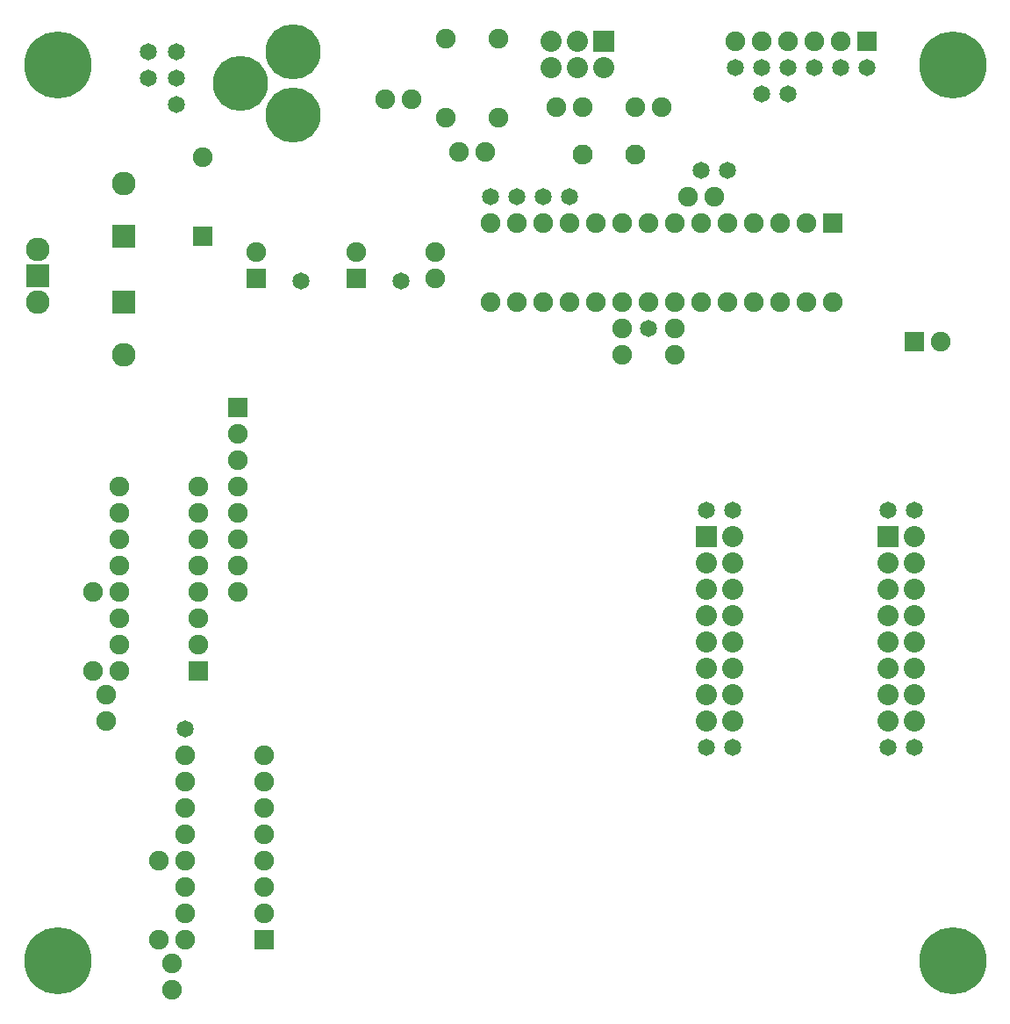
<source format=gbs>
G04 (created by PCBNEW-RS274X (2012-01-19 BZR 3256)-stable) date 5/20/2013 9:38:39 PM*
G01*
G70*
G90*
%MOIN*%
G04 Gerber Fmt 3.4, Leading zero omitted, Abs format*
%FSLAX34Y34*%
G04 APERTURE LIST*
%ADD10C,0.006000*%
%ADD11C,0.075000*%
%ADD12R,0.075000X0.075000*%
%ADD13C,0.065000*%
%ADD14R,0.080000X0.080000*%
%ADD15C,0.080000*%
%ADD16C,0.076000*%
%ADD17R,0.090000X0.090000*%
%ADD18C,0.090000*%
%ADD19C,0.255000*%
%ADD20C,0.209000*%
G04 APERTURE END LIST*
G54D10*
G54D11*
X55500Y-27500D03*
X53500Y-27500D03*
X55500Y-24500D03*
X53500Y-24500D03*
G54D12*
X45600Y-38500D03*
G54D11*
X45600Y-39500D03*
X45600Y-40500D03*
X45600Y-41500D03*
X45600Y-42500D03*
X45600Y-43500D03*
X45600Y-44500D03*
X45600Y-45500D03*
G54D12*
X69500Y-24600D03*
G54D11*
X68500Y-24600D03*
X67500Y-24600D03*
X66500Y-24600D03*
X65500Y-24600D03*
X64500Y-24600D03*
G54D12*
X71300Y-36000D03*
G54D11*
X72300Y-36000D03*
X42600Y-58700D03*
X42600Y-55700D03*
X40100Y-48500D03*
X40100Y-45500D03*
X52200Y-26800D03*
X51200Y-26800D03*
X55000Y-28800D03*
X54000Y-28800D03*
G54D13*
X63200Y-29500D03*
X66500Y-26600D03*
X69500Y-25600D03*
X68500Y-25600D03*
X67500Y-25600D03*
X66500Y-25600D03*
X65500Y-25600D03*
X64500Y-25600D03*
X43600Y-50700D03*
X65500Y-26600D03*
X43250Y-26000D03*
X71300Y-51400D03*
X63400Y-42400D03*
X64400Y-42400D03*
X63400Y-51400D03*
X64400Y-51400D03*
X70300Y-51400D03*
X43250Y-27000D03*
X43250Y-25000D03*
X71300Y-42400D03*
X70300Y-42400D03*
X61200Y-35500D03*
X55200Y-30500D03*
X56200Y-30500D03*
G54D14*
X63400Y-43400D03*
G54D15*
X64400Y-43400D03*
X63400Y-44400D03*
X64400Y-44400D03*
X63400Y-45400D03*
X64400Y-45400D03*
X63400Y-46400D03*
X64400Y-46400D03*
X63400Y-47400D03*
X64400Y-47400D03*
X63400Y-48400D03*
X64400Y-48400D03*
X63400Y-49400D03*
X64400Y-49400D03*
X63400Y-50400D03*
X64400Y-50400D03*
G54D14*
X70300Y-43400D03*
G54D15*
X71300Y-43400D03*
X70300Y-44400D03*
X71300Y-44400D03*
X70300Y-45400D03*
X71300Y-45400D03*
X70300Y-46400D03*
X71300Y-46400D03*
X70300Y-47400D03*
X71300Y-47400D03*
X70300Y-48400D03*
X71300Y-48400D03*
X70300Y-49400D03*
X71300Y-49400D03*
X70300Y-50400D03*
X71300Y-50400D03*
G54D14*
X59500Y-24600D03*
G54D15*
X59500Y-25600D03*
X58500Y-24600D03*
X58500Y-25600D03*
X57500Y-24600D03*
X57500Y-25600D03*
G54D16*
X58700Y-28900D03*
X60700Y-28900D03*
G54D11*
X67200Y-31500D03*
X66200Y-31500D03*
X65200Y-31500D03*
X64200Y-31500D03*
X63200Y-31500D03*
X62200Y-31500D03*
X61200Y-31500D03*
X60200Y-31500D03*
X59200Y-31500D03*
X58200Y-31500D03*
X57200Y-31500D03*
X56200Y-31500D03*
X55200Y-31500D03*
G54D12*
X68200Y-31500D03*
G54D11*
X55200Y-34500D03*
X56200Y-34500D03*
X57200Y-34500D03*
X58200Y-34500D03*
X59200Y-34500D03*
X60200Y-34500D03*
X61200Y-34500D03*
X62200Y-34500D03*
X63200Y-34500D03*
X64200Y-34500D03*
X65200Y-34500D03*
X66200Y-34500D03*
X67200Y-34500D03*
X68200Y-34500D03*
G54D12*
X44100Y-48500D03*
G54D11*
X44100Y-47500D03*
X44100Y-46500D03*
X44100Y-45500D03*
X44100Y-44500D03*
X44100Y-43500D03*
X44100Y-42500D03*
X44100Y-41500D03*
X41100Y-41500D03*
X41100Y-42500D03*
X41100Y-43500D03*
X41100Y-44500D03*
X41100Y-45500D03*
X41100Y-46500D03*
X41100Y-47500D03*
X41100Y-48500D03*
G54D12*
X46600Y-58700D03*
G54D11*
X46600Y-57700D03*
X46600Y-56700D03*
X46600Y-55700D03*
X46600Y-54700D03*
X46600Y-53700D03*
X46600Y-52700D03*
X46600Y-51700D03*
X43600Y-51700D03*
X43600Y-52700D03*
X43600Y-53700D03*
X43600Y-54700D03*
X43600Y-55700D03*
X43600Y-56700D03*
X43600Y-57700D03*
X43600Y-58700D03*
G54D12*
X44250Y-32000D03*
G54D11*
X44250Y-29000D03*
G54D17*
X41250Y-34500D03*
G54D18*
X41250Y-36500D03*
G54D17*
X41250Y-32000D03*
G54D18*
X41250Y-30000D03*
G54D11*
X58700Y-27100D03*
X57700Y-27100D03*
X60700Y-27100D03*
X61700Y-27100D03*
X62200Y-35500D03*
X62200Y-36500D03*
X60200Y-35500D03*
X60200Y-36500D03*
X62700Y-30500D03*
X63700Y-30500D03*
X40600Y-49400D03*
X40600Y-50400D03*
X43100Y-59600D03*
X43100Y-60600D03*
G54D19*
X38750Y-25500D03*
X38750Y-59500D03*
X72750Y-59500D03*
X72750Y-25500D03*
G54D13*
X42200Y-26000D03*
X42200Y-25000D03*
X64200Y-29500D03*
X58200Y-30500D03*
X57200Y-30500D03*
G54D20*
X47700Y-25000D03*
X47700Y-27400D03*
X45700Y-26200D03*
G54D12*
X50100Y-33600D03*
G54D11*
X50100Y-32600D03*
G54D12*
X46300Y-33600D03*
G54D11*
X46300Y-32600D03*
G54D13*
X51800Y-33700D03*
X48000Y-33700D03*
G54D18*
X38000Y-34500D03*
G54D17*
X38000Y-33500D03*
G54D18*
X38000Y-32500D03*
G54D11*
X53100Y-33600D03*
X53100Y-32600D03*
M02*

</source>
